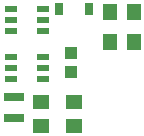
<source format=gtp>
G04 ---------------------------- Layer name :TOP PASTER LAYER*
G04 EasyEDA v5.4.12, Wed, 30 May 2018 18:18:05 GMT*
G04 5ddd2809abea4f13a97f4610e2c86d9f*
G04 Gerber Generator version 0.2*
G04 Scale: 100 percent, Rotated: No, Reflected: No *
G04 Dimensions in inches *
G04 leading zeros omitted , absolute positions ,2 integer and 4 decimal *
%FSLAX24Y24*%
%MOIN*%
G90*
G70D02*

%ADD14R,0.039370X0.021654*%
%ADD15R,0.031496X0.039370*%
%ADD16R,0.070900X0.031500*%
%ADD17R,0.043307X0.039370*%
%ADD18R,0.045670X0.057870*%
%ADD19R,0.057870X0.045670*%

%LPD*%
G54D14*
G01X600Y4400D03*
G01X600Y4026D03*
G01X600Y3651D03*
G01X1663Y3651D03*
G01X1663Y4400D03*
G01X1663Y4026D03*
G01X600Y2800D03*
G01X600Y2426D03*
G01X600Y2051D03*
G01X1663Y2051D03*
G01X1663Y2800D03*
G01X1663Y2426D03*
G54D15*
G01X2200Y4400D03*
G01X3200Y4400D03*
G54D16*
G01X700Y1450D03*
G01X700Y750D03*
G54D17*
G01X2600Y2305D03*
G01X2600Y2935D03*
G54D18*
G01X3900Y4299D03*
G01X4700Y4299D03*
G01X3900Y3299D03*
G01X4700Y3299D03*
G54D19*
G01X2700Y500D03*
G01X2700Y1300D03*
G01X1600Y500D03*
G01X1600Y1300D03*
M00*
M02*

</source>
